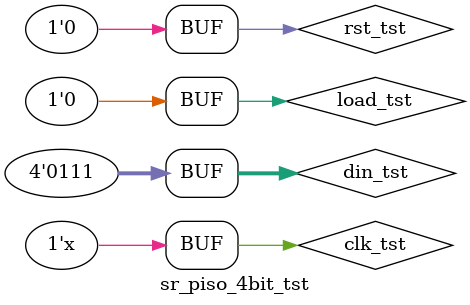
<source format=v>
module sr_piso_4bit_tst() ;

	wire sout_tst ;
	reg [3:0] din_tst ;
	reg clk_tst, rst_tst, load_tst ;

	sr_piso_4bit DUT(din_tst, clk_tst, rst_tst, load_tst, sout_tst) ;

	initial
		begin
			din_tst = 4 'd0 ;		
			clk_tst = 1 'b0 ;	
			load_tst = 1 'b0 ;
			rst_tst = 1 'b0 ;
			#10 rst_tst = 1 'b1 ;
			#10 rst_tst = 1 'b0 ;
		end

	always #25 clk_tst = ~clk_tst ;

	initial
		begin	
			#30 load_tst = 1 'b1 ;
			#10 din_tst = 4 'b0101 ;
			#60 load_tst = 1 'b0 ;
			#300 load_tst = 1 'b1 ;
			#10 din_tst = 4 'b0111 ;
			#60 load_tst = 1 'b0 ;
		end

endmodule


</source>
